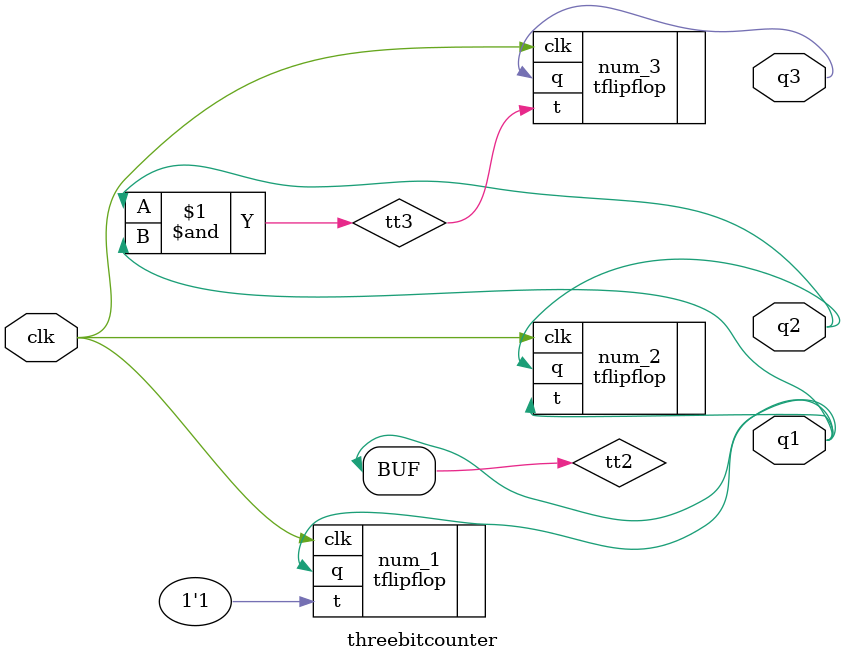
<source format=v>
module threebitcounter(input clk, output q1, q2, q3);
    wire tt2;
    wire tt3;
    
    tflipflop num_1(.clk(clk), .t(1'b1), .q(q1));
    assign tt2 = q1;
    tflipflop num_2(.clk(clk), .t(tt2), .q(q2));
    assign tt3 = q2 & q1;
    tflipflop num_3(.clk(clk), .t(tt3), .q(q3));
    
endmodule
</source>
